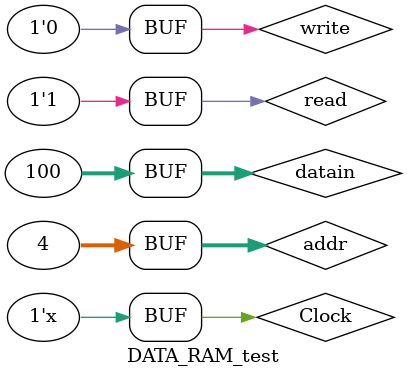
<source format=v>
`timescale 1ns / 1ps


module DATA_RAM_test;

	// Inputs
	reg Clock;
	reg [31:0] datain;
	reg [31:0] addr;
	reg write;
	reg read;

	// Outputs
	wire [31:0] dataout;

	// Instantiate the Unit Under Test (UUT)
	DATA_RAM uut (
		.Clock(Clock), 
		.dataout(dataout), 
		.datain(datain), 
		.addr(addr), 
		.write(write), 
		.read(read)
	);

	initial begin
		// Initialize Inputs
		//无读出无写入，输出数据线为xxx
		Clock = 0;
		datain = 0;
		addr = 0;
		write = 0;
		read = 0;
		// Wait 100 ns for global reset to finish
		//读出1号寄存器的值
		#100;addr = 4;read = 1;
		//将100写入1号寄存器
		#100;read = 0;addr = 4;datain = 100;write = 1;
		//重新读出1号寄存器的值
		#100;write = 0;addr = 4;read = 1;
		
        
		// Add stimulus here

	end
	always #25 Clock = !Clock;
      
endmodule


</source>
